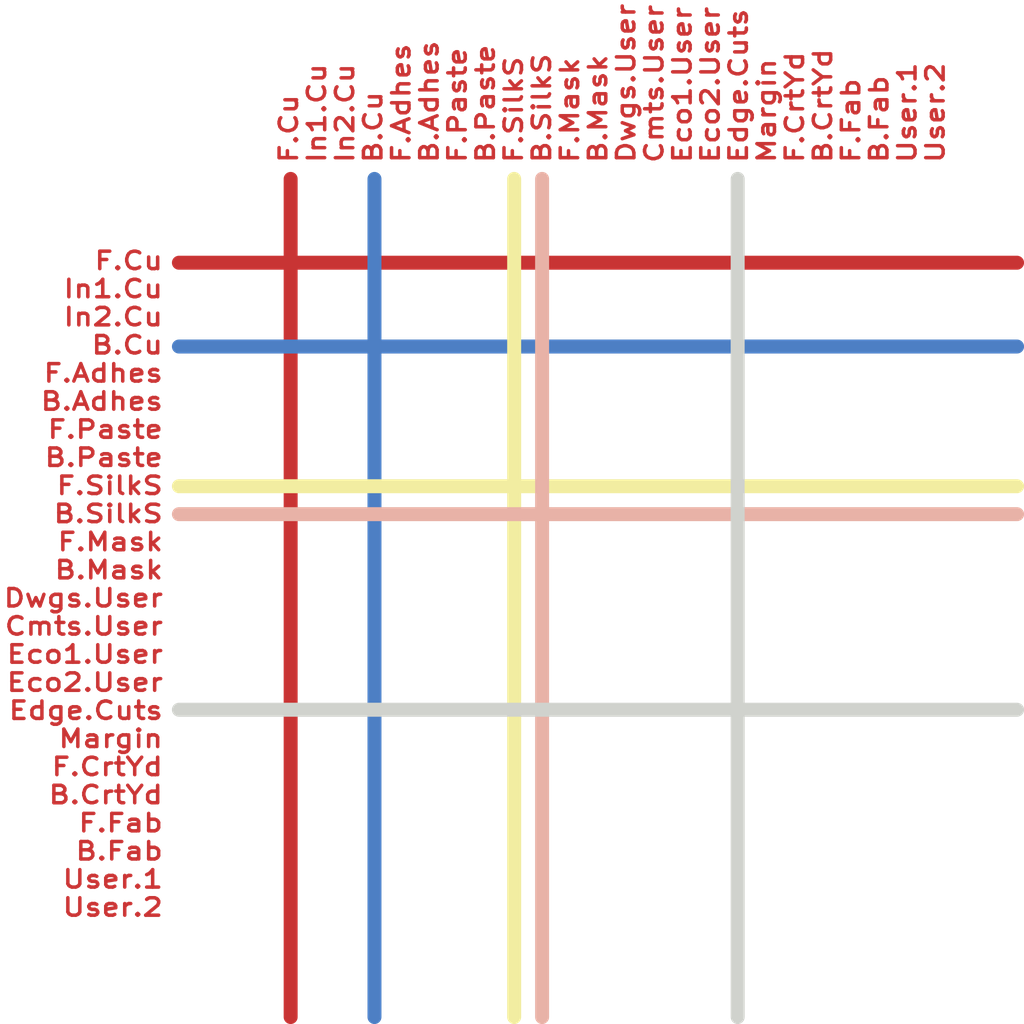
<source format=kicad_pcb>
(kicad_pcb (version 20211014) (generator pcbnew)

  (general
    (thickness 4.69)
  )

  (paper "A4")
  (layers
    (0 "F.Cu" signal)
    (1 "In1.Cu" signal)
    (2 "In2.Cu" signal)
    (31 "B.Cu" signal)
    (32 "B.Adhes" user "B.Adhesive")
    (33 "F.Adhes" user "F.Adhesive")
    (34 "B.Paste" user)
    (35 "F.Paste" user)
    (36 "B.SilkS" user "B.Silkscreen")
    (37 "F.SilkS" user "F.Silkscreen")
    (38 "B.Mask" user)
    (39 "F.Mask" user)
    (40 "Dwgs.User" user "User.Drawings")
    (41 "Cmts.User" user "User.Comments")
    (42 "Eco1.User" user "User.Eco1")
    (43 "Eco2.User" user "User.Eco2")
    (44 "Edge.Cuts" user)
    (45 "Margin" user)
    (46 "B.CrtYd" user "B.Courtyard")
    (47 "F.CrtYd" user "F.Courtyard")
    (48 "B.Fab" user)
    (49 "F.Fab" user)
    (50 "User.1" user)
    (51 "User.2" user)
    (52 "User.3" user)
    (53 "User.4" user)
    (54 "User.5" user)
    (55 "User.6" user)
    (56 "User.7" user)
    (57 "User.8" user)
    (58 "User.9" user)
  )

  (setup
    (stackup
      (layer "F.SilkS" (type "Top Silk Screen"))
      (layer "F.Paste" (type "Top Solder Paste"))
      (layer "F.Mask" (type "Top Solder Mask") (thickness 0.01))
      (layer "F.Cu" (type "copper") (thickness 0.035))
      (layer "dielectric 1" (type "core") (thickness 1.51) (material "FR4") (epsilon_r 4.5) (loss_tangent 0.02))
      (layer "In1.Cu" (type "copper") (thickness 0.035))
      (layer "dielectric 2" (type "prepreg") (thickness 1.51) (material "FR4") (epsilon_r 4.5) (loss_tangent 0.02))
      (layer "In2.Cu" (type "copper") (thickness 0.035))
      (layer "dielectric 3" (type "core") (thickness 1.51) (material "FR4") (epsilon_r 4.5) (loss_tangent 0.02))
      (layer "B.Cu" (type "copper") (thickness 0.035))
      (layer "B.Mask" (type "Bottom Solder Mask") (thickness 0.01))
      (layer "B.Paste" (type "Bottom Solder Paste"))
      (layer "B.SilkS" (type "Bottom Silk Screen"))
      (copper_finish "None")
      (dielectric_constraints no)
    )
    (pad_to_mask_clearance 0)
    (pcbplotparams
      (layerselection 0x00010fc_ffffffff)
      (disableapertmacros false)
      (usegerberextensions false)
      (usegerberattributes true)
      (usegerberadvancedattributes true)
      (creategerberjobfile true)
      (svguseinch false)
      (svgprecision 6)
      (excludeedgelayer true)
      (plotframeref false)
      (viasonmask false)
      (mode 1)
      (useauxorigin false)
      (hpglpennumber 1)
      (hpglpenspeed 20)
      (hpglpendiameter 15.000000)
      (dxfpolygonmode true)
      (dxfimperialunits true)
      (dxfusepcbnewfont true)
      (psnegative false)
      (psa4output false)
      (plotreference true)
      (plotvalue true)
      (plotinvisibletext false)
      (sketchpadsonfab false)
      (subtractmaskfromsilk false)
      (outputformat 1)
      (mirror false)
      (drillshape 1)
      (scaleselection 1)
      (outputdirectory "")
    )
  )

  (net 0 "")

  (gr_line (start 78 94) (end 78 34) (layer "F.Cu") (width 1) (tstamp 262f85ee-a49a-4194-bdee-29ac02a484ec))
  (gr_line (start 70 40) (end 130 40) (layer "F.Cu") (width 1) (tstamp 77da69f1-4a7e-4daf-b100-27fb75871e8c))
  (gr_line (start 80 94) (end 80 34) (layer "In1.Cu") (width 1) (tstamp fa1503a0-19c0-4e06-a1de-65c87d9f3046))
  (gr_line (start 70 42) (end 130 42) (layer "In1.Cu") (width 1) (tstamp fb7c97ee-bfba-49df-b0a6-949d8c1dbc80))
  (gr_line (start 82 94) (end 82 34) (layer "In2.Cu") (width 1) (tstamp 09c5b2e9-fadc-49a8-867f-ed662ece0465))
  (gr_line (start 70 44) (end 130 44) (layer "In2.Cu") (width 1) (tstamp ea4e4e6a-929c-474e-821a-a752170b4f9c))
  (gr_line (start 84 94) (end 84 34) (layer "B.Cu") (width 1) (tstamp 54c8435a-0b4b-47ec-b2ba-919fa8bf92bd))
  (gr_line (start 70 46) (end 130 46) (layer "B.Cu") (width 1) (tstamp d312a4d8-3900-420d-83df-acf2d1616827))
  (gr_line (start 70 50) (end 130 50) (layer "B.Adhes") (width 1) (tstamp db8a60a1-6c78-42ba-b45c-08cf72ddf99e))
  (gr_line (start 88 94) (end 88 34) (layer "B.Adhes") (width 1) (tstamp e3da7779-0ea1-46dc-90c1-3da0eae63ac3))
  (gr_line (start 70 48) (end 130 48) (layer "F.Adhes") (width 1) (tstamp 2c93e68b-23e0-4a8f-845c-7911d3abc09e))
  (gr_line (start 86 94) (end 86 34) (layer "F.Adhes") (width 1) (tstamp 959a520e-05e4-488b-a17d-dfb714eea3cc))
  (gr_line (start 70 54) (end 130 54) (layer "B.Paste") (width 1) (tstamp 69029636-79e5-47ae-bb14-9bc5dbdeb2b4))
  (gr_line (start 92 94) (end 92 34) (layer "B.Paste") (width 1) (tstamp b5ffc3b0-893d-4977-bac8-ca0fd10d098d))
  (gr_line (start 90 94) (end 90 34) (layer "F.Paste") (width 1) (tstamp 364ea6d5-81d6-485d-af85-ad66a6d4fe3f))
  (gr_line (start 70 52) (end 130 52) (layer "F.Paste") (width 1) (tstamp 52c6d709-bf2c-4bb8-aab3-486121f784ad))
  (gr_line (start 96 94) (end 96 34) (layer "B.SilkS") (width 1) (tstamp 4c0f28bd-4fdd-4e3f-866b-0af6e20563d6))
  (gr_line (start 70 58) (end 130 58) (layer "B.SilkS") (width 1) (tstamp de4d9514-3cb5-4e56-aa34-9a36cc7ab2fb))
  (gr_line (start 70 56) (end 130 56) (layer "F.SilkS") (width 1) (tstamp 55366e14-cec9-493d-901d-448b04d2f286))
  (gr_line (start 94 94) (end 94 34) (layer "F.SilkS") (width 1) (tstamp ac400113-5b0c-4ba3-90f5-fba5c1ab46ed))
  (gr_line (start 70 62) (end 130 62) (layer "B.Mask") (width 1) (tstamp 004f1cac-5431-476d-8d12-f0d7e1d2971c))
  (gr_line (start 100 94) (end 100 34) (layer "B.Mask") (width 1) (tstamp 61d13227-ea38-4175-a5c0-8f75a3d5765d))
  (gr_line (start 70 60) (end 130 60) (layer "F.Mask") (width 1) (tstamp 5aeb1e78-7ed8-446f-a1fa-e72019642e8e))
  (gr_line (start 98 94) (end 98 34) (layer "F.Mask") (width 1) (tstamp 92927a9e-f25b-41ba-9c93-2d6e3e6c1f89))
  (gr_line (start 70 64) (end 130 64) (layer "Dwgs.User") (width 1) (tstamp c457d6bc-d372-4e5a-9060-512765531115))
  (gr_line (start 102 94) (end 102 34) (layer "Dwgs.User") (width 1) (tstamp ed719640-2001-4a0b-956b-2fc557f849a0))
  (gr_line (start 104 94) (end 104 34) (layer "Cmts.User") (width 1) (tstamp 65648dec-894d-4846-9000-a3f37128d377))
  (gr_line (start 70 66) (end 130 66) (layer "Cmts.User") (width 1) (tstamp 8bcf2b99-1928-47d5-9785-f90fe779323f))
  (gr_line (start 106 94) (end 106 34) (layer "Eco1.User") (width 1) (tstamp 725ddd62-c356-4053-88dd-d8de16f6d111))
  (gr_line (start 70 68) (end 130 68) (layer "Eco1.User") (width 1) (tstamp 883e7763-c7c3-4085-8e36-b949c37033d0))
  (gr_line (start 108 94) (end 108 34) (layer "Eco2.User") (width 1) (tstamp 8d9916ee-e2bd-408c-960d-d9bae62b28e4))
  (gr_line (start 70 70) (end 130 70) (layer "Eco2.User") (width 1) (tstamp c898c915-89f5-4003-9fb8-8b0c3f06dfe7))
  (gr_line (start 110 94) (end 110 34) (layer "Edge.Cuts") (width 1) (tstamp 196afe34-74fd-48ae-9b9f-d7a341cb4cdd))
  (gr_line (start 70 72) (end 130 72) (layer "Edge.Cuts") (width 1) (tstamp 925356e8-9fe3-4fca-8329-eba967a76629))
  (gr_line (start 70 74) (end 130 74) (layer "Margin") (width 1) (tstamp da88cf57-0975-4f67-b828-34f4f4c6151f))
  (gr_line (start 112 94) (end 112 34) (layer "Margin") (width 1) (tstamp e36b28a4-7427-4708-a63e-3fe312e8d49f))
  (gr_line (start 116 94) (end 116 34) (layer "B.CrtYd") (width 1) (tstamp aef028c9-bd4b-4984-aea9-019dcc39d7ec))
  (gr_line (start 70 78) (end 130 78) (layer "B.CrtYd") (width 1) (tstamp f8978d6f-bc80-4d45-99fe-9eda6ceed8ec))
  (gr_line (start 70 76) (end 130 76) (layer "F.CrtYd") (width 1) (tstamp 84164d3c-90bc-45b0-ac63-7f7a93843cb3))
  (gr_line (start 114 94) (end 114 34) (layer "F.CrtYd") (width 1) (tstamp e10a8197-feb1-49a8-8ce1-531c3527f182))
  (gr_line (start 120 94) (end 120 34) (layer "B.Fab") (width 1) (tstamp 2a77a72e-d058-40b9-a6e8-cfe4c97e7ab1))
  (gr_line (start 70 82) (end 130 82) (layer "B.Fab") (width 1) (tstamp 96916265-4653-41c3-9a80-f6775aa2b630))
  (gr_line (start 70 80) (end 130 80) (layer "F.Fab") (width 1) (tstamp 1a253373-7aaa-4800-82a0-f05224ca4a7a))
  (gr_line (start 118 94) (end 118 34) (layer "F.Fab") (width 1) (tstamp c00a6ff3-d367-48aa-9987-c597c23d6ece))
  (gr_line (start 70 84) (end 130 84) (layer "User.1") (width 1) (tstamp 1e5a4a4f-7ec1-4d5e-aab0-77eebafcd5cd))
  (gr_line (start 122 94) (end 122 34) (layer "User.1") (width 1) (tstamp 75e54a73-a71d-4649-833f-7b284b918c88))
  (gr_line (start 124 94) (end 124 34) (layer "User.2") (width 1) (tstamp 63775781-01d0-47bd-b139-79a50fca0217))
  (gr_line (start 70 86) (end 130 86) (layer "User.2") (width 1) (tstamp 7505eede-a417-42c3-88a2-1fe21ee21a2a))
  (gr_text "F.Cu\nIn1.Cu\nIn2.Cu\nB.Cu\nF.Adhes\nB.Adhes\nF.Paste\nB.Paste\nF.SilkS\nB.SilkS\nF.Mask\nB.Mask\nDwgs.User\nCmts.User\nEco1.User\nEco2.User\nEdge.Cuts\nMargin\nF.CrtYd\nB.CrtYd\nF.Fab\nB.Fab\nUser.1\nUser.2" (at 69 63) (layer "F.Cu") (tstamp 82c3fcff-0c4d-46ec-9117-fd4b044c0976)
    (effects (font (size 1.25 1.5) (thickness 0.25)) (justify right))
  )
  (gr_text "F.Cu\nIn1.Cu\nIn2.Cu\nB.Cu\nF.Adhes\nB.Adhes\nF.Paste\nB.Paste\nF.SilkS\nB.SilkS\nF.Mask\nB.Mask\nDwgs.User\nCmts.User\nEco1.User\nEco2.User\nEdge.Cuts\nMargin\nF.CrtYd\nB.CrtYd\nF.Fab\nB.Fab\nUser.1\nUser.2" (at 101 33 90) (layer "F.Cu") (tstamp f231041b-336c-4b9b-9f86-123f9dc12d97)
    (effects (font (size 1.25 1.5) (thickness 0.25)) (justify left))
  )

)

</source>
